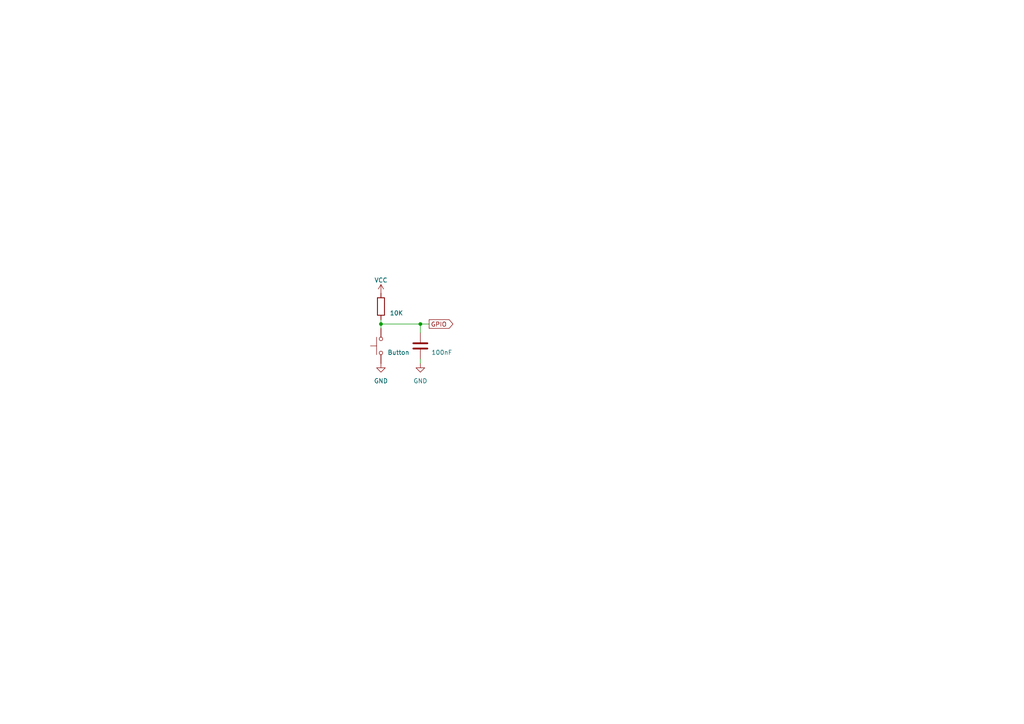
<source format=kicad_sch>
(kicad_sch (version 20211123) (generator eeschema)
  (paper "A4")
  (lib_symbols
    (symbol "Device:C" (pin_numbers hide) (pin_names (offset 0.254))
      (property "Reference" "C" (at 0.635 2.54 0))
      (property "Value" "C" (at 0.635 -2.54 0))
      (symbol "C_0_1"
        (polyline (pts (xy -2.032 -0.762) (xy 2.032 -0.762)) (stroke (width 0.508)))
        (polyline (pts (xy -2.032 0.762) (xy 2.032 0.762)) (stroke (width 0.508)))
      )
      (symbol "C_1_1"
        (pin passive line (at 0 3.81 270) (length 2.794) (name "~") (number "1"))
        (pin passive line (at 0 -3.81 90) (length 2.794) (name "~") (number "2"))
      )
    )
    (symbol "Device:R" (pin_numbers hide) (pin_names (offset 0))
      (property "Reference" "R" (at 2.032 0 90))
      (property "Value" "R" (at 0 0 90))
      (symbol "R_0_1"
        (rectangle (start -1.016 -2.54) (end 1.016 2.54) (stroke (width 0.254)))
      )
      (symbol "R_1_1"
        (pin passive line (at 0 3.81 270) (length 1.27) (name "~") (number "1"))
        (pin passive line (at 0 -3.81 90) (length 1.27) (name "~") (number "2"))
      )
    )
    (symbol "Switch:SW_Push" (pin_numbers hide) (pin_names (offset 1.016) hide)
      (property "Reference" "SW" (at 1.27 2.54 0))
      (property "Value" "SW_Push" (at 0 -1.524 0))
      (symbol "SW_Push_0_1"
        (circle (center -2.032 0) (radius 0.508))
        (polyline (pts (xy 0 1.27) (xy 0 3.048)))
        (polyline (pts (xy 2.54 1.27) (xy -2.54 1.27)))
        (circle (center 2.032 0) (radius 0.508))
        (pin passive line (at -5.08 0 0) (length 2.54) (name "1") (number "1"))
        (pin passive line (at 5.08 0 180) (length 2.54) (name "2") (number "2"))
      )
    )
    (symbol "power:GND" (power) (pin_names (offset 0))
      (property "Value" "GND" (at 0 -3.81 0))
      (symbol "GND_0_1"
        (polyline (pts (xy 0 0) (xy 0 -1.27) (xy 1.27 -1.27) (xy 0 -2.54) (xy -1.27 -1.27) (xy 0 -1.27)))
      )
      (symbol "GND_1_1"
        (pin power_in line (at 0 0 270) (length 0) hide (name "GND") (number "1"))
      )
    )
    (symbol "power:VCC" (power) (pin_names (offset 0))
      (property "Value" "VCC" (at 0 3.81 0))
      (symbol "VCC_0_1"
        (polyline (pts (xy -0.762 1.27) (xy 0 2.54)))
        (polyline (pts (xy 0 0) (xy 0 2.54)))
        (polyline (pts (xy 0 2.54) (xy 0.762 1.27)))
      )
      (symbol "VCC_1_1"
        (pin power_in line (at 0 0 90) (length 0) hide (name "VCC") (number "1"))
      )
    )
  )
  (junction (at 110.49 93.98) (diameter 0.9144))
  (junction (at 121.92 93.98) (diameter 0.9144))
  (wire (pts (xy 110.49 92.71) (xy 110.49 93.98)))
  (wire (pts (xy 121.92 93.98) (xy 124.46 93.98)))
  (wire (pts (xy 110.49 93.98) (xy 121.92 93.98)))
  (wire (pts (xy 110.49 95.25) (xy 110.49 93.98)))
  (wire (pts (xy 121.92 93.98) (xy 121.92 96.52)))
  (wire (pts (xy 121.92 104.14) (xy 121.92 105.41)))
  (global_label "GPIO" (shape output) (at 124.46 93.98 0) (property "Intersheet References" "${INTERSHEET_REFS}" (effects hide)))
  (symbol (lib_id "power:GND") (at 121.92 105.41 0) (unit 1)
    (property "Reference" "#PWR?" (effects hide))
    (property "Value" "GND" (at 121.92 110.49 0))
  )
  (symbol (lib_id "power:GND") (at 110.49 105.41 0) (unit 1)
    (property "Reference" "#PWR?" (effects hide))
    (property "Value" "GND" (at 110.49 110.49 0))
  )
  (symbol (lib_id "power:VCC") (at 110.49 85.09 0) (unit 1)
    (property "Reference" "#PWR?" (effects hide))
    (property "Value" "VCC" (at 110.49 81.28 0))
  )
  (symbol (lib_id "Device:R") (at 110.49 88.9 0) (unit 1)
    (property "Reference" "R?" (effects hide))
    (property "Value" "10K" (at 113.03 90.8049 0) (effects (justify left)))
  )
  (symbol (lib_id "Switch:SW_Push") (at 110.49 100.33 90) (unit 1)
    (property "Reference" "SW?" (effects hide))
    (property "Value" "Button" (at 112.395 102.2349 90) (effects (justify right)))
  )
  (symbol (lib_id "Device:C") (at 121.92 100.33 0) (unit 1)
    (property "Reference" "C?" (effects hide))
    (property "Value" "100nF" (at 125.095 102.2349 0) (effects (justify left)))
  )
)
</source>
